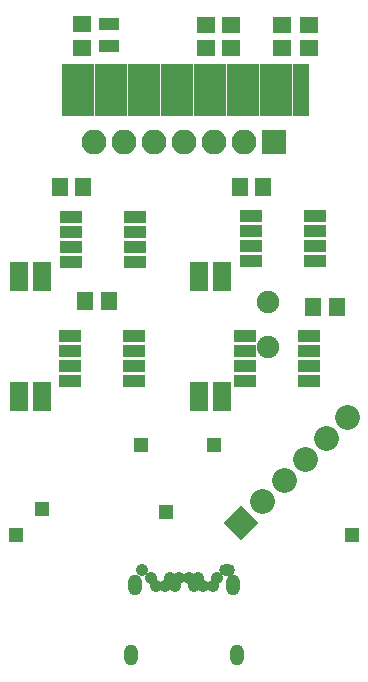
<source format=gbr>
G04 #@! TF.FileFunction,Soldermask,Bot*
%FSLAX46Y46*%
G04 Gerber Fmt 4.6, Leading zero omitted, Abs format (unit mm)*
G04 Created by KiCad (PCBNEW 4.0.7-e2-6376~58~ubuntu16.04.1) date Tue Nov 14 14:50:52 2017*
%MOMM*%
%LPD*%
G01*
G04 APERTURE LIST*
%ADD10C,0.100000*%
%ADD11C,2.100000*%
%ADD12R,2.100000X2.100000*%
%ADD13O,2.100000X2.100000*%
%ADD14R,1.250000X1.250000*%
%ADD15O,1.200000X1.800000*%
%ADD16O,1.350000X1.050000*%
%ADD17C,1.050000*%
%ADD18R,1.700000X1.100000*%
%ADD19R,1.950000X1.000000*%
%ADD20R,1.400000X1.650000*%
%ADD21R,1.650000X1.400000*%
%ADD22R,0.800000X4.400000*%
%ADD23C,1.900000*%
G04 APERTURE END LIST*
D10*
G36*
X222210924Y-108458000D02*
X220726000Y-109942924D01*
X219241076Y-108458000D01*
X220726000Y-106973076D01*
X222210924Y-108458000D01*
X222210924Y-108458000D01*
G37*
D11*
X222522051Y-106661949D02*
X222522051Y-106661949D01*
X224318102Y-104865898D02*
X224318102Y-104865898D01*
X226114154Y-103069846D02*
X226114154Y-103069846D01*
X227910205Y-101273795D02*
X227910205Y-101273795D01*
X229706256Y-99477744D02*
X229706256Y-99477744D01*
D12*
X223520000Y-76200000D03*
D13*
X220980000Y-76200000D03*
X218440000Y-76200000D03*
X215900000Y-76200000D03*
X213360000Y-76200000D03*
X210820000Y-76200000D03*
X208280000Y-76200000D03*
D14*
X203835000Y-107315000D03*
X212242400Y-101854000D03*
X218389200Y-101854000D03*
X201676000Y-109474000D03*
X230124000Y-109474000D03*
X214376000Y-107569000D03*
D15*
X211770000Y-113730000D03*
X220030000Y-113730000D03*
X220390000Y-119680000D03*
X211410000Y-119680000D03*
D16*
X219500000Y-112480000D03*
D17*
X212300000Y-112480000D03*
X218700000Y-113130000D03*
X217100000Y-113130000D03*
X216300000Y-113130000D03*
X215500000Y-113130000D03*
X214700000Y-113130000D03*
X213100000Y-113130000D03*
X218300000Y-113830000D03*
X217500000Y-113830000D03*
X216700000Y-113830000D03*
X215100000Y-113830000D03*
X214300000Y-113830000D03*
X213500000Y-113830000D03*
D18*
X209550000Y-68133000D03*
X209550000Y-66233000D03*
D19*
X211640400Y-92659200D03*
X211640400Y-93929200D03*
X211640400Y-95199200D03*
X211640400Y-96469200D03*
X206240400Y-96469200D03*
X206240400Y-95199200D03*
X206240400Y-93929200D03*
X206240400Y-92659200D03*
X226956600Y-82499200D03*
X226956600Y-83769200D03*
X226956600Y-85039200D03*
X226956600Y-86309200D03*
X221556600Y-86309200D03*
X221556600Y-85039200D03*
X221556600Y-83769200D03*
X221556600Y-82499200D03*
X226474000Y-92684600D03*
X226474000Y-93954600D03*
X226474000Y-95224600D03*
X226474000Y-96494600D03*
X221074000Y-96494600D03*
X221074000Y-95224600D03*
X221074000Y-93954600D03*
X221074000Y-92684600D03*
X211742000Y-82575400D03*
X211742000Y-83845400D03*
X211742000Y-85115400D03*
X211742000Y-86385400D03*
X206342000Y-86385400D03*
X206342000Y-85115400D03*
X206342000Y-83845400D03*
X206342000Y-82575400D03*
D20*
X209508600Y-89738200D03*
X207508600Y-89738200D03*
X222615000Y-80010000D03*
X220615000Y-80010000D03*
X228838000Y-90170000D03*
X226838000Y-90170000D03*
X207375000Y-80010000D03*
X205375000Y-80010000D03*
D21*
X226441000Y-68310000D03*
X226441000Y-66310000D03*
X224218500Y-68310000D03*
X224218500Y-66310000D03*
X219900500Y-68310000D03*
X219900500Y-66310000D03*
X217741500Y-68310000D03*
X217741500Y-66310000D03*
X207264000Y-68246500D03*
X207264000Y-66246500D03*
X201930000Y-97218500D03*
X201930000Y-98361500D03*
X203835000Y-97218500D03*
X203835000Y-98361500D03*
X217170000Y-97218500D03*
X217170000Y-98361500D03*
X219075000Y-97218500D03*
X219075000Y-98361500D03*
X217170000Y-87058500D03*
X217170000Y-88201500D03*
X219075000Y-87058500D03*
X219075000Y-88201500D03*
X201930000Y-87058500D03*
X201930000Y-88201500D03*
X203835000Y-87058500D03*
X203835000Y-88201500D03*
D22*
X226123500Y-71818500D03*
X225425000Y-71818500D03*
X224726500Y-71818500D03*
X224028000Y-71818500D03*
X223329500Y-71818500D03*
X222631000Y-71818500D03*
X221932500Y-71818500D03*
X221234000Y-71818500D03*
X220535500Y-71818500D03*
X219837000Y-71818500D03*
X219138500Y-71818500D03*
X218440000Y-71818500D03*
X217741500Y-71818500D03*
X217043000Y-71818500D03*
X216344500Y-71818500D03*
X215646000Y-71818500D03*
X214947500Y-71818500D03*
X214249000Y-71818500D03*
X213550500Y-71818500D03*
X212852000Y-71818500D03*
X212153500Y-71818500D03*
X211455000Y-71818500D03*
X210756500Y-71818500D03*
X210058000Y-71818500D03*
X209359500Y-71818500D03*
X208661000Y-71818500D03*
X207962500Y-71818500D03*
X207264000Y-71818500D03*
X206565500Y-71818500D03*
X205867000Y-71818500D03*
D23*
X223012000Y-93599000D03*
X223012000Y-89799000D03*
M02*

</source>
